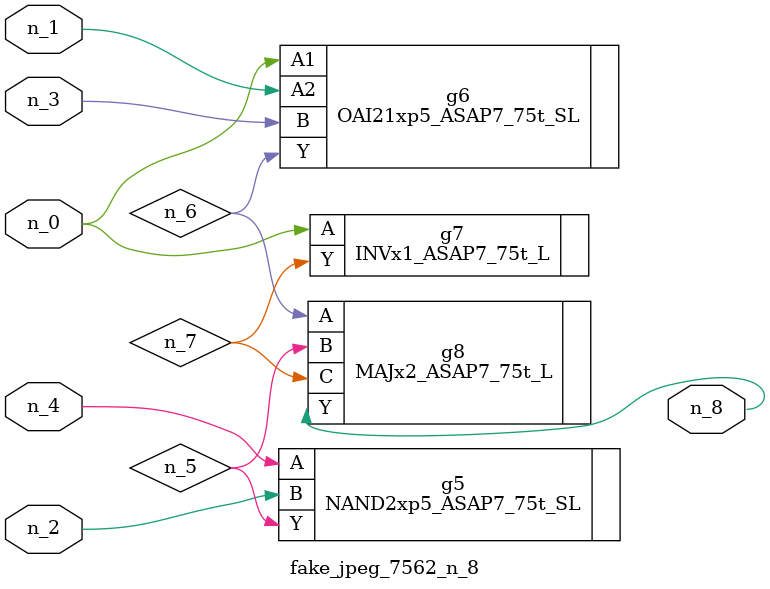
<source format=v>
module fake_jpeg_7562_n_8 (n_3, n_2, n_1, n_0, n_4, n_8);

input n_3;
input n_2;
input n_1;
input n_0;
input n_4;

output n_8;

wire n_6;
wire n_5;
wire n_7;

NAND2xp5_ASAP7_75t_SL g5 ( 
.A(n_4),
.B(n_2),
.Y(n_5)
);

OAI21xp5_ASAP7_75t_SL g6 ( 
.A1(n_0),
.A2(n_1),
.B(n_3),
.Y(n_6)
);

INVx1_ASAP7_75t_L g7 ( 
.A(n_0),
.Y(n_7)
);

MAJx2_ASAP7_75t_L g8 ( 
.A(n_6),
.B(n_5),
.C(n_7),
.Y(n_8)
);


endmodule
</source>
